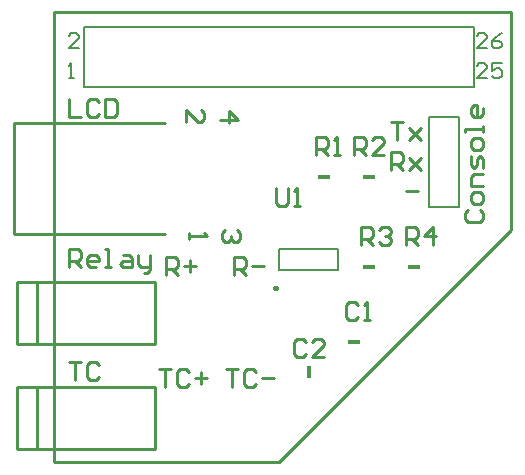
<source format=gto>
%FSTAX23Y23*%
%MOIN*%
%SFA1B1*%

%IPPOS*%
%ADD13C,0.010000*%
%ADD23C,0.010000*%
%ADD24C,0.008000*%
%ADD25C,0.008000*%
%ADD26R,0.041000X0.018000*%
%ADD27R,0.018000X0.041000*%
%LNovenpi-1*%
%LPD*%
G54D13*
X01Y05D02*
X02525D01*
Y04275D02*
Y05D01*
X01Y035D02*
Y05D01*
Y035D02*
X0175D01*
X02525Y04275*
X00868Y04261D02*
Y04631D01*
X01128*
X00868Y04261D02*
X01128D01*
X01372*
X01128Y04631D02*
X01372D01*
X00879Y04102D02*
X01337D01*
X00879Y03894D02*
Y04102D01*
Y03893D02*
X01337D01*
Y04101*
X00946Y03897D02*
Y04102D01*
X00879Y03752D02*
X01337D01*
X00879Y03544D02*
Y03752D01*
Y03543D02*
X01337D01*
Y03751*
X00946Y03547D02*
Y03752D01*
X01742Y04414D02*
Y04364D01*
X01752Y04354*
X01772*
X01782Y04364*
Y04414*
X01802Y04354D02*
X01822D01*
X01812*
Y04414*
X01802Y04404*
X0105Y03835D02*
X0109D01*
X0107*
Y03775*
X0115Y03825D02*
X0114Y03835D01*
X0112*
X0111Y03825*
Y03785*
X0112Y03775*
X0114*
X0115Y03785*
X0105Y0415D02*
Y0421D01*
X0108*
X0109Y042*
Y0418*
X0108Y0417*
X0105*
X0107D02*
X0109Y0415D01*
X0114D02*
X0112D01*
X0111Y0416*
Y0418*
X0112Y0419*
X0114*
X0115Y0418*
Y0417*
X0111*
X0117Y0415D02*
X0119D01*
X0118*
Y0421*
X0117*
X0123Y0419D02*
X0125D01*
X0126Y0418*
Y0415*
X0123*
X0122Y0416*
X0123Y0417*
X0126*
X0128Y0419D02*
Y0416D01*
X0129Y0415*
X0132*
Y0414*
X0131Y0413*
X013*
X0132Y0415D02*
Y0419D01*
X02175Y04225D02*
Y04285D01*
X02205*
X02215Y04275*
Y04255*
X02205Y04245*
X02175*
X02195D02*
X02215Y04225D01*
X02265D02*
Y04285D01*
X02235Y04255*
X02275*
X02025Y04225D02*
Y04285D01*
X02055*
X02065Y04275*
Y04255*
X02055Y04245*
X02025*
X02045D02*
X02065Y04225D01*
X02085Y04275D02*
X02095Y04285D01*
X02115*
X02125Y04275*
Y04265*
X02115Y04255*
X02105*
X02115*
X02125Y04245*
Y04235*
X02115Y04225*
X02095*
X02085Y04235*
X02Y04525D02*
Y04585D01*
X0203*
X0204Y04575*
Y04555*
X0203Y04545*
X02*
X0202D02*
X0204Y04525D01*
X021D02*
X0206D01*
X021Y04565*
Y04575*
X0209Y04585*
X0207*
X0206Y04575*
X01875Y04525D02*
Y04585D01*
X01905*
X01915Y04575*
Y04555*
X01905Y04545*
X01875*
X01895D02*
X01915Y04525D01*
X01935D02*
X01955D01*
X01945*
Y04585*
X01935Y04575*
X0105Y0471D02*
Y0465D01*
X0109*
X0115Y047D02*
X0114Y0471D01*
X0112*
X0111Y047*
Y0466*
X0112Y0465*
X0114*
X0115Y0466*
X0117Y0471D02*
Y0465D01*
X012*
X0121Y0466*
Y047*
X012Y0471*
X0117*
X0238Y0434D02*
X0237Y0433D01*
Y0431*
X0238Y043*
X0242*
X0243Y0431*
Y0433*
X0242Y0434*
X0243Y0437D02*
Y0439D01*
X0242Y044*
X024*
X0239Y0439*
Y0437*
X024Y0436*
X0242*
X0243Y0437*
Y0442D02*
X0239D01*
Y0445*
X024Y0446*
X0243*
Y0448D02*
Y0451D01*
X0242Y0452*
X0241Y0451*
Y0449*
X024Y0448*
X0239Y0449*
Y0452*
X0243Y0455D02*
Y0457D01*
X0242Y0458*
X024*
X0239Y0457*
Y0455*
X024Y0454*
X0242*
X0243Y0455*
Y046D02*
Y0462D01*
Y0461*
X0237*
Y046*
X0243Y0468D02*
Y0466D01*
X0242Y0465*
X024*
X0239Y0466*
Y0468*
X024Y0469*
X0241*
Y0465*
X0184Y039D02*
X0183Y0391D01*
X0181*
X018Y039*
Y0386*
X0181Y0385*
X0183*
X0184Y0386*
X019Y0385D02*
X0186D01*
X019Y0389*
Y039*
X0189Y0391*
X0187*
X0186Y039*
X02015Y04025D02*
X02005Y04035D01*
X01985*
X01975Y04025*
Y03985*
X01985Y03975*
X02005*
X02015Y03985*
X02035Y03975D02*
X02055D01*
X02045*
Y04035*
X02035Y04025*
X0144Y04633D02*
Y04673D01*
X0148Y04633*
X0149*
X015Y04643*
Y04663*
X0149Y04673*
X0161Y04275D02*
X0162Y04265D01*
Y04245*
X0161Y04235*
X016*
X0159Y04245*
Y04255*
Y04245*
X0158Y04235*
X0157*
X0156Y04245*
Y04265*
X0157Y04275*
X01555Y0464D02*
X01615D01*
X01585Y0467*
Y0463*
X0145Y04265D02*
Y04245D01*
Y04255*
X0151*
X015Y04265*
X0135Y0381D02*
X0139D01*
X0137*
Y0375*
X0145Y038D02*
X0144Y0381D01*
X0142*
X0141Y038*
Y0376*
X0142Y0375*
X0144*
X0145Y0376*
X0147Y0378D02*
X0151D01*
X0149Y038D02*
Y0376D01*
X01575Y0381D02*
X01615D01*
X01595*
Y0375*
X01675Y038D02*
X01665Y0381D01*
X01645*
X01635Y038*
Y0376*
X01645Y0375*
X01665*
X01675Y0376*
X01695Y0378D02*
X01735D01*
X01375Y04125D02*
Y04185D01*
X01405*
X01415Y04175*
Y04155*
X01405Y04145*
X01375*
X01395D02*
X01415Y04125D01*
X01435Y04155D02*
X01475D01*
X01455Y04175D02*
Y04135D01*
X016Y04125D02*
Y04185D01*
X0163*
X0164Y04175*
Y04155*
X0163Y04145*
X016*
X0162D02*
X0164Y04125D01*
X0166Y04155D02*
X017D01*
X02175Y04405D02*
X02215D01*
X02125Y04635D02*
X02165D01*
X02145*
Y04575*
X02185Y04615D02*
X02225Y04575D01*
X02205Y04595*
X02225Y04615*
X02185Y04575*
X02125Y04475D02*
Y04535D01*
X02155*
X02165Y04525*
Y04505*
X02155Y04495*
X02125*
X02145D02*
X02165Y04475D01*
X02185Y04515D02*
X02225Y04475D01*
X02205Y04495*
X02225Y04515*
X02185Y04475*
G54D23*
X01746Y04081D02*
D01*
X01745Y04081*
X01745Y04081*
X01745Y04082*
X01745Y04082*
X01745Y04082*
X01745Y04083*
X01745Y04083*
X01745Y04083*
X01745Y04083*
X01744Y04084*
X01744Y04084*
X01744Y04084*
X01744Y04084*
X01743Y04085*
X01743Y04085*
X01743Y04085*
X01742Y04085*
X01742Y04085*
X01742Y04085*
X01741Y04085*
X01741Y04085*
X01741Y04085*
X0174*
X0174Y04085*
X0174Y04085*
X01739Y04085*
X01739Y04085*
X01739Y04085*
X01738Y04085*
X01738Y04085*
X01738Y04085*
X01737Y04084*
X01737Y04084*
X01737Y04084*
X01737Y04084*
X01736Y04083*
X01736Y04083*
X01736Y04083*
X01736Y04083*
X01736Y04082*
X01736Y04082*
X01736Y04082*
X01736Y04081*
X01736Y04081*
X01736Y04081*
X01736Y0408*
X01736Y0408*
X01736Y04079*
X01736Y04079*
X01736Y04079*
X01736Y04078*
X01736Y04078*
X01736Y04078*
X01736Y04078*
X01737Y04077*
X01737Y04077*
X01737Y04077*
X01737Y04077*
X01738Y04076*
X01738Y04076*
X01738Y04076*
X01739Y04076*
X01739Y04076*
X01739Y04076*
X0174Y04076*
X0174Y04076*
X0174Y04076*
X01741*
X01741Y04076*
X01741Y04076*
X01742Y04076*
X01742Y04076*
X01742Y04076*
X01743Y04076*
X01743Y04076*
X01743Y04076*
X01744Y04077*
X01744Y04077*
X01744Y04077*
X01744Y04077*
X01745Y04078*
X01745Y04078*
X01745Y04078*
X01745Y04078*
X01745Y04079*
X01745Y04079*
X01745Y04079*
X01745Y0408*
X01745Y0408*
X01746Y04081*
G54D24*
X01948Y0414D02*
Y0421D01*
X01752Y0414D02*
Y0421D01*
X01948*
X01752Y0414D02*
X01948D01*
X0225Y0465D02*
X0235D01*
Y0435D02*
Y0465D01*
X0225Y0435D02*
X0235D01*
X0225D02*
Y0465D01*
X024Y0475D02*
Y0495D01*
X011Y0475D02*
Y0495D01*
X024*
X011Y0475D02*
X024D01*
G54D25*
X01083Y0488D02*
X0105D01*
X01083Y04913*
Y04922*
X01075Y0493*
X01058*
X0105Y04922*
Y0478D02*
X01067D01*
X01058*
Y0483*
X0105Y04822*
X02443Y0478D02*
X0241D01*
X02443Y04813*
Y04822*
X02435Y0483*
X02418*
X0241Y04822*
X02493Y0483D02*
X0246D01*
Y04805*
X02477Y04813*
X02485*
X02493Y04805*
Y04788*
X02485Y0478*
X02468*
X0246Y04788*
X02443Y0488D02*
X0241D01*
X02443Y04913*
Y04922*
X02435Y0493*
X02418*
X0241Y04922*
X02493Y0493D02*
X02477Y04922D01*
X0246Y04905*
Y04888*
X02468Y0488*
X02485*
X02493Y04888*
Y04897*
X02485Y04905*
X0246*
G54D26*
X0205Y0415D03*
X022D03*
X02Y039D03*
X019Y0445D03*
X0205D03*
G54D27*
X0185Y038D03*
M02*
</source>
